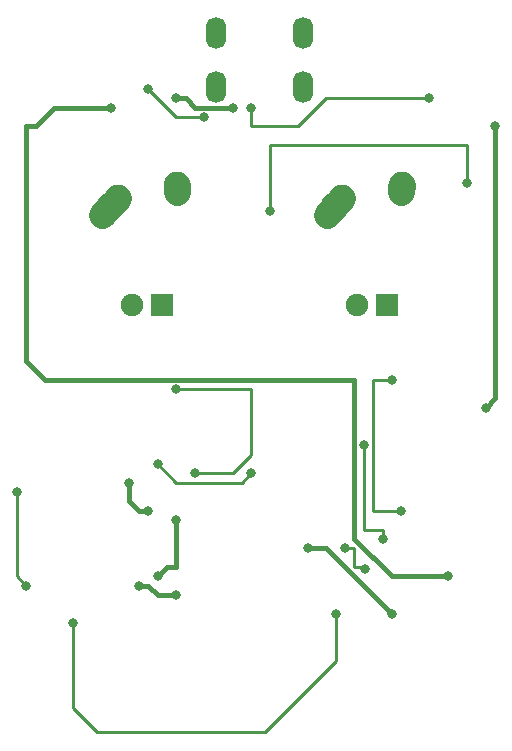
<source format=gbr>
G04 #@! TF.GenerationSoftware,KiCad,Pcbnew,(5.1.4)-1*
G04 #@! TF.CreationDate,2024-07-23T11:44:26+08:00*
G04 #@! TF.ProjectId,irog2k-pcb-demo,69726f67-326b-42d7-9063-622d64656d6f,rev?*
G04 #@! TF.SameCoordinates,Original*
G04 #@! TF.FileFunction,Copper,L1,Top*
G04 #@! TF.FilePolarity,Positive*
%FSLAX46Y46*%
G04 Gerber Fmt 4.6, Leading zero omitted, Abs format (unit mm)*
G04 Created by KiCad (PCBNEW (5.1.4)-1) date 2024-07-23 11:44:26*
%MOMM*%
%LPD*%
G04 APERTURE LIST*
%ADD10O,1.700000X2.700000*%
%ADD11R,1.905000X1.905000*%
%ADD12C,1.905000*%
%ADD13C,2.250000*%
%ADD14C,2.250000*%
%ADD15C,0.800000*%
%ADD16C,0.381000*%
%ADD17C,0.254000*%
G04 APERTURE END LIST*
D10*
X99441000Y-46101000D03*
X106741000Y-46101000D03*
X106741000Y-50601000D03*
X99441000Y-50601000D03*
D11*
X113855500Y-69088750D03*
D12*
X111315500Y-69088750D03*
D13*
X110085500Y-60008750D03*
X109430501Y-60738750D03*
D14*
X108775500Y-61468750D02*
X110085502Y-60008750D01*
D13*
X115125500Y-58928750D03*
X115105500Y-59218750D03*
D14*
X115085500Y-59508750D02*
X115125500Y-58928750D01*
D11*
X94844250Y-69088750D03*
D12*
X92304250Y-69088750D03*
D13*
X91074250Y-60008750D03*
X90419251Y-60738750D03*
D14*
X89764250Y-61468750D02*
X91074252Y-60008750D01*
D13*
X96114250Y-58928750D03*
X96094250Y-59218750D03*
D14*
X96074250Y-59508750D02*
X96114250Y-58928750D01*
D15*
X123031250Y-53975000D03*
X122237500Y-77787500D03*
X96043750Y-87312500D03*
X94456250Y-92075000D03*
X114300000Y-95250000D03*
X107156250Y-89693750D03*
X92075000Y-84137500D03*
X93662500Y-86518750D03*
X96043750Y-93662500D03*
X92868750Y-92868750D03*
X96043750Y-76200000D03*
X97631250Y-83343750D03*
X103981250Y-61118750D03*
X120650000Y-58737500D03*
X117475000Y-51593750D03*
X102393750Y-52387500D03*
X109537500Y-95250000D03*
X87312500Y-96043750D03*
X93662500Y-50800000D03*
X98425000Y-53181250D03*
X82550000Y-84931250D03*
X83343750Y-92868750D03*
X102393750Y-83343750D03*
X94456250Y-82550000D03*
X100806250Y-52387500D03*
X96043750Y-51593750D03*
X90487500Y-52387500D03*
X119062500Y-92075000D03*
X111918750Y-80962500D03*
X113506250Y-88900000D03*
X114300000Y-75406250D03*
X115093750Y-86518750D03*
X110331250Y-89693750D03*
X112004517Y-91409901D03*
D16*
X123031250Y-53975000D02*
X123031250Y-76993750D01*
X123031250Y-76993750D02*
X122237500Y-77787500D01*
X96043750Y-87312500D02*
X96043750Y-91281250D01*
X96043750Y-91281250D02*
X95250000Y-91281250D01*
X95250000Y-91281250D02*
X94456250Y-92075000D01*
X114300000Y-95250000D02*
X108743750Y-89693750D01*
X108743750Y-89693750D02*
X107156250Y-89693750D01*
X92075000Y-84137500D02*
X92075000Y-85725000D01*
X92075000Y-85725000D02*
X92868750Y-86518750D01*
X92868750Y-86518750D02*
X93662500Y-86518750D01*
X96043750Y-93662500D02*
X94456250Y-93662500D01*
X94456250Y-93662500D02*
X93662500Y-92868750D01*
X93662500Y-92868750D02*
X92868750Y-92868750D01*
D17*
X96043750Y-76200000D02*
X102393750Y-76200000D01*
X102393750Y-76200000D02*
X102393750Y-81756250D01*
X102393750Y-81756250D02*
X100806250Y-83343750D01*
X100806250Y-83343750D02*
X97631250Y-83343750D01*
X103981250Y-61118750D02*
X103981250Y-55562500D01*
X103981250Y-55562500D02*
X120650000Y-55562500D01*
X120650000Y-55562500D02*
X120650000Y-58737500D01*
X102393750Y-53975000D02*
X102393750Y-52387500D01*
X106362500Y-53975000D02*
X102393750Y-53975000D01*
X117475000Y-51593750D02*
X108743750Y-51593750D01*
X108743750Y-51593750D02*
X106362500Y-53975000D01*
X109537500Y-95250000D02*
X109537500Y-99218750D01*
X109537500Y-99218750D02*
X103539510Y-105216740D01*
X103539510Y-105216740D02*
X89341740Y-105216740D01*
X89341740Y-105216740D02*
X87312500Y-103187500D01*
X87312500Y-103187500D02*
X87312500Y-96043750D01*
X93662500Y-50800000D02*
X96043750Y-53181250D01*
X96043750Y-53181250D02*
X98425000Y-53181250D01*
X82550000Y-84931250D02*
X82550000Y-92075000D01*
X82550000Y-92075000D02*
X83343750Y-92868750D01*
X102393750Y-83343750D02*
X101600000Y-84137500D01*
X101600000Y-84137500D02*
X96043750Y-84137500D01*
X96043750Y-84137500D02*
X94456250Y-82550000D01*
D16*
X100806250Y-52387500D02*
X97631250Y-52387500D01*
X97631250Y-52387500D02*
X96837500Y-51593750D01*
X96837500Y-51593750D02*
X96043750Y-51593750D01*
X90487500Y-52387500D02*
X86518750Y-52387500D01*
X86518750Y-52387500D02*
X85725000Y-52387500D01*
X85725000Y-52387500D02*
X84137500Y-53975000D01*
X84137500Y-53975000D02*
X83343750Y-53975000D01*
X83343750Y-53975000D02*
X83343750Y-73818750D01*
X83343750Y-73818750D02*
X84931250Y-75406250D01*
X84931250Y-75406250D02*
X111125000Y-75406250D01*
X111125000Y-75406250D02*
X111125000Y-88900000D01*
X111125000Y-88900000D02*
X114300000Y-92075000D01*
X114300000Y-92075000D02*
X119062500Y-92075000D01*
D17*
X111918750Y-80962500D02*
X111918750Y-88106250D01*
X111918750Y-88106250D02*
X113506250Y-88106250D01*
X113506250Y-88106250D02*
X113506250Y-88900000D01*
X114300000Y-75406250D02*
X112712500Y-75406250D01*
X112712500Y-75406250D02*
X112712500Y-79790710D01*
X112712500Y-79790710D02*
X112712500Y-85725000D01*
X112712500Y-85725000D02*
X112712500Y-86518750D01*
X112712500Y-86518750D02*
X115093750Y-86518750D01*
X110331250Y-89693750D02*
X111125000Y-89693750D01*
X111125000Y-89693750D02*
X111125000Y-91281250D01*
X111125000Y-91281250D02*
X111918750Y-91281250D01*
X111918750Y-91281250D02*
X111918750Y-91324134D01*
X111918750Y-91324134D02*
X112004517Y-91409901D01*
M02*

</source>
